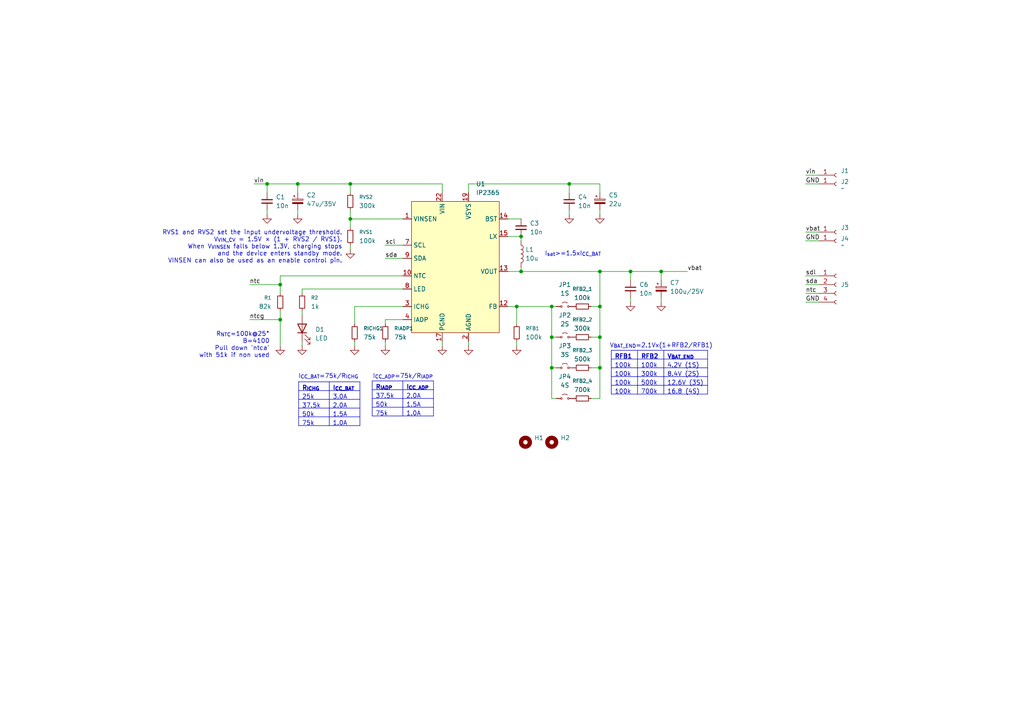
<source format=kicad_sch>
(kicad_sch (version 20250114) (generator "eeschema") (generator_version "9.0")
  (paper "A4")
  (lib_symbols
    (symbol "Library:C_Polarized_Small" (pin_numbers (hide yes)) (pin_names (offset 0.254) (hide yes))
      (property "Reference" "C" (at 0.254 1.778 0))
      (property "Value" "C_Polarized_Small" (at 0.254 -2.032 0))
      (symbol "C_Polarized_Small_0_1"
        (rectangle (start -1.524 0.6858) (end 1.524 0.3048))
        (rectangle (start -1.524 -0.3048) (end 1.524 -0.6858) (fill (type outline)))
        (polyline (pts (xy -1.27 1.524) (xy -0.762 1.524)))
        (polyline (pts (xy -1.016 1.27) (xy -1.016 1.778)))
      )
      (symbol "C_Polarized_Small_1_1"
        (pin passive line (at 0 2.54 270) (length 1.8542) (name "~") (number "1"))
        (pin passive line (at 0 -2.54 90) (length 1.8542) (name "~") (number "2"))
      )
    )
    (symbol "Library:C_Small" (pin_numbers (hide yes)) (pin_names (offset 0.254) (hide yes))
      (property "Reference" "C" (at 0.254 1.778 0))
      (property "Value" "C_Small" (at 0.254 -2.032 0))
      (symbol "C_Small_0_1"
        (polyline (pts (xy -1.524 0.508) (xy 1.524 0.508)) (stroke (width 0.3048)))
        (polyline (pts (xy -1.524 -0.508) (xy 1.524 -0.508)) (stroke (width 0.3302)))
      )
      (symbol "C_Small_1_1"
        (pin passive line (at 0 2.54 270) (length 2.032) (name "~") (number "1"))
        (pin passive line (at 0 -2.54 90) (length 2.032) (name "~") (number "2"))
      )
    )
    (symbol "Library:Conn_01x01_Socket" (pin_names (offset 1.016) (hide yes))
      (property "Reference" "J" (at 0 2.54 0))
      (property "Value" "Conn_01x01_Socket" (at 0 -2.54 0))
      (symbol "Conn_01x01_Socket_1_1"
        (polyline (pts (xy -1.27 0) (xy -0.508 0)) (stroke (width 0.1524)))
        (arc (start 0 -0.508) (mid -0.5058 0) (end 0 0.508) (stroke (width 0.1524)))
        (pin passive line (at -5.08 0 0) (length 3.81) (name "Pin_1") (number "1"))
      )
    )
    (symbol "Library:Conn_01x04_Socket" (pin_names (offset 1.016) (hide yes))
      (property "Reference" "J" (at 0 5.08 0))
      (property "Value" "Conn_01x04_Socket" (at 0 -7.62 0))
      (symbol "Conn_01x04_Socket_1_1"
        (polyline (pts (xy -1.27 2.54) (xy -0.508 2.54)) (stroke (width 0.1524)))
        (polyline (pts (xy -1.27 0) (xy -0.508 0)) (stroke (width 0.1524)))
        (polyline (pts (xy -1.27 -2.54) (xy -0.508 -2.54)) (stroke (width 0.1524)))
        (polyline (pts (xy -1.27 -5.08) (xy -0.508 -5.08)) (stroke (width 0.1524)))
        (arc (start 0 2.032) (mid -0.5058 2.54) (end 0 3.048) (stroke (width 0.1524)))
        (arc (start 0 -0.508) (mid -0.5058 0) (end 0 0.508) (stroke (width 0.1524)))
        (arc (start 0 -3.048) (mid -0.5058 -2.54) (end 0 -2.032) (stroke (width 0.1524)))
        (arc (start 0 -5.588) (mid -0.5058 -5.08) (end 0 -4.572) (stroke (width 0.1524)))
        (pin passive line (at -5.08 2.54 0) (length 3.81) (name "Pin_1") (number "1"))
        (pin passive line (at -5.08 0 0) (length 3.81) (name "Pin_2") (number "2"))
        (pin passive line (at -5.08 -2.54 0) (length 3.81) (name "Pin_3") (number "3"))
        (pin passive line (at -5.08 -5.08 0) (length 3.81) (name "Pin_4") (number "4"))
      )
    )
    (symbol "Library:GND" (power) (pin_numbers (hide yes)) (pin_names (offset 0) (hide yes))
      (property "Value" "GND" (at 0 -3.81 0))
      (symbol "GND_0_1"
        (polyline (pts (xy 0 0) (xy 0 -1.27) (xy 1.27 -1.27) (xy 0 -2.54) (xy -1.27 -1.27) (xy 0 -1.27)))
      )
      (symbol "GND_1_1"
        (pin power_in line (at 0 0 270) (length 0) (name "~") (number "1"))
      )
    )
    (symbol "Library:IP2365"
      (property "Reference" "U1" (at 5.9533 22.86 0))
      (property "Value" "IP2365" (at 5.9533 20.32 0))
      (symbol "IP2365_1_1"
        (rectangle (start -12.7 17.78) (end 12.7 -20.32) (fill (type background)))
        (pin input line (at -15.24 12.7 0) (length 2.54) (name "VINSEN") (number "1"))
        (pin input line (at -15.24 5.08 0) (length 2.54) (name "SCL") (number "7"))
        (pin input line (at -15.24 1.27 0) (length 2.54) (name "SDA") (number "9"))
        (pin input line (at -15.24 -3.81 0) (length 2.54) (name "NTC") (number "10"))
        (pin input line (at -15.24 -7.62 0) (length 2.54) (name "LED") (number "8"))
        (pin input line (at -15.24 -12.7 0) (length 2.54) (name "ICHG") (number "3"))
        (pin input line (at -15.24 -16.51 0) (length 2.54) (name "IADP") (number "4"))
        (pin input line (at -3.81 20.32 270) (length 2.54) (name "VIN") (number "22"))
        (pin input line (at -3.81 20.32 270) (length 2.54) (hide yes) (name "VIN") (number "23"))
        (pin input line (at -3.81 20.32 270) (length 2.54) (hide yes) (name "VIN") (number "24"))
        (pin input line (at -3.81 -22.86 90) (length 2.54) (name "PGND") (number "17"))
        (pin input line (at -3.81 -22.86 90) (length 2.54) (hide yes) (name "PGND") (number "18"))
        (pin input line (at -3.81 -22.86 90) (length 2.54) (hide yes) (name "EPAD") (number "25"))
        (pin input line (at 3.81 20.32 270) (length 2.54) (name "VSYS") (number "19"))
        (pin input line (at 3.81 20.32 270) (length 2.54) (hide yes) (name "VSYS") (number "20"))
        (pin input line (at 3.81 20.32 270) (length 2.54) (hide yes) (name "VSYS") (number "21"))
        (pin input line (at 3.81 -22.86 90) (length 2.54) (hide yes) (name "AGND") (number "11"))
        (pin input line (at 3.81 -22.86 90) (length 2.54) (name "AGND") (number "2"))
        (pin input line (at 15.24 12.7 180) (length 2.54) (name "BST") (number "14"))
        (pin input line (at 15.24 7.62 180) (length 2.54) (name "LX") (number "15"))
        (pin input line (at 15.24 7.62 180) (length 2.54) (hide yes) (name "LX") (number "16"))
        (pin input line (at 15.24 -2.54 180) (length 2.54) (name "VOUT") (number "13"))
        (pin input line (at 15.24 -12.7 180) (length 2.54) (name "FB") (number "12"))
        (pin input line (at 15.24 -16.51 180) (length 2.54) (hide yes) (name "NC") (number "5"))
        (pin input line (at 15.24 -16.51 180) (length 2.54) (hide yes) (name "NC") (number "6"))
      )
    )
    (symbol "Library:Jumper_2_Small_Open" (pin_numbers (hide yes)) (pin_names (offset 0) (hide yes))
      (property "Reference" "JP" (at 0 2.794 0))
      (property "Value" "Jumper_2_Small_Open" (at 0 -2.286 0))
      (symbol "Jumper_2_Small_Open_0_0"
        (circle (center -1.016 0) (radius 0.254))
        (circle (center 1.016 0) (radius 0.254))
      )
      (symbol "Jumper_2_Small_Open_0_1"
        (arc (start -0.762 1.0196) (mid 0 1.2729) (end 0.762 1.0196))
      )
      (symbol "Jumper_2_Small_Open_1_1"
        (pin passive line (at -2.54 0 0) (length 1.27) (name "A") (number "1"))
        (pin passive line (at 2.54 0 180) (length 1.27) (name "B") (number "2"))
      )
    )
    (symbol "Library:L" (pin_numbers (hide yes)) (pin_names (offset 1.016) (hide yes))
      (property "Reference" "L" (at -1.27 0 90))
      (property "Value" "L" (at 1.905 0 90))
      (symbol "L_0_1"
        (arc (start 0 2.54) (mid 0.6323 1.905) (end 0 1.27))
        (arc (start 0 1.27) (mid 0.6323 0.635) (end 0 0))
        (arc (start 0 0) (mid 0.6323 -0.635) (end 0 -1.27))
        (arc (start 0 -1.27) (mid 0.6323 -1.905) (end 0 -2.54))
      )
      (symbol "L_1_1"
        (pin passive line (at 0 3.81 270) (length 1.27) (name "1") (number "1"))
        (pin passive line (at 0 -3.81 90) (length 1.27) (name "2") (number "2"))
      )
    )
    (symbol "Library:LED" (pin_numbers (hide yes)) (pin_names (offset 1.016) (hide yes))
      (property "Reference" "D" (at 0 2.54 0))
      (property "Value" "LED" (at 0 -2.54 0))
      (symbol "LED_0_1"
        (polyline (pts (xy -3.048 -0.762) (xy -4.572 -2.286) (xy -3.81 -2.286) (xy -4.572 -2.286) (xy -4.572 -1.524)))
        (polyline (pts (xy -1.778 -0.762) (xy -3.302 -2.286) (xy -2.54 -2.286) (xy -3.302 -2.286) (xy -3.302 -1.524)))
        (polyline (pts (xy -1.27 0) (xy 1.27 0)))
        (polyline (pts (xy -1.27 -1.27) (xy -1.27 1.27)) (stroke (width 0.254)))
        (polyline (pts (xy 1.27 -1.27) (xy 1.27 1.27) (xy -1.27 0) (xy 1.27 -1.27)) (stroke (width 0.254)))
      )
      (symbol "LED_1_1"
        (pin passive line (at -3.81 0 0) (length 2.54) (name "K") (number "1"))
        (pin passive line (at 3.81 0 180) (length 2.54) (name "A") (number "2"))
      )
    )
    (symbol "Library:MountingHole" (pin_names (offset 1.016)) (in_bom no)
      (property "Reference" "H" (at 0 5.08 0))
      (property "Value" "MountingHole" (at 0 3.175 0))
      (symbol "MountingHole_0_1"
        (circle (center 0 0) (radius 1.27) (stroke (width 1.27)))
      )
    )
    (symbol "Library:R_Small" (pin_numbers (hide yes)) (pin_names (offset 0.254) (hide yes))
      (property "Reference" "R" (at 0 0 90))
      (property "Value" "R_Small" (at 1.778 0 90))
      (symbol "R_Small_0_1"
        (rectangle (start -0.762 1.778) (end 0.762 -1.778) (stroke (width 0.2032)))
      )
      (symbol "R_Small_1_1"
        (pin passive line (at 0 2.54 270) (length 0.762) (name "~") (number "1"))
        (pin passive line (at 0 -2.54 90) (length 0.762) (name "~") (number "2"))
      )
    )
  )
  (text "RVS1 and RVS2 set the input undervoltage threshold.\nV_{VIN_CV} = 1.5V × (1 + RVS2 / RVS1).\nWhen V_{VINSEN} falls below 1.3V, charging stops\nand the device enters standby mode.\nVINSEN can also be used as an enable control pin." (at 99.314 71.628 0) (effects (font (size 1.27 1.27)) (justify right)))
  (text "R_{NTC}=100k@25°\nB=4100\nPull down 'ntca'\nwith 51k if non used" (at 78.232 100.076 0) (effects (font (size 1.27 1.27)) (justify right)))
  (text "V_{BAT_END}=2.1Vx(1+RFB2/RFB1)" (at 191.77 100.33 0) (effects (font (size 1.27 1.27))))
  (text "I_{CC_ADP}=75k/R_{IADP}" (at 116.84 109.22 0) (effects (font (size 1.27 1.27))))
  (text "I_{CC_BAT}=75k/R_{ICHG}" (at 95.25 109.22 0) (effects (font (size 1.27 1.27))))
  (text "I_{sat}>=1.5xI_{CC_BAT}" (at 157.988 73.66 0) (effects (font (size 1.27 1.27)) (justify left)))
  (junction (at 160.02 88.9))
  (junction (at 160.02 97.79))
  (junction (at 81.28 92.71))
  (junction (at 182.88 78.74))
  (junction (at 165.1 53.34))
  (junction (at 173.99 88.9))
  (junction (at 191.77 78.74))
  (junction (at 81.28 82.55))
  (junction (at 173.99 78.74))
  (junction (at 173.99 106.68))
  (junction (at 149.86 88.9))
  (junction (at 101.6 63.5))
  (junction (at 173.99 97.79))
  (junction (at 101.6 53.34))
  (junction (at 77.47 53.34))
  (junction (at 160.02 106.68))
  (junction (at 151.13 68.58))
  (junction (at 86.36 53.34))
  (junction (at 151.13 78.74))
  (wire (pts (xy 160.02 106.68) (xy 160.02 115.57)))
  (wire (pts (xy 233.68 85.09) (xy 237.49 85.09)))
  (wire (pts (xy 101.6 63.5) (xy 101.6 60.96)))
  (wire (pts (xy 233.68 69.85) (xy 237.49 69.85)))
  (wire (pts (xy 81.28 82.55) (xy 81.28 85.09)))
  (wire (pts (xy 102.87 93.98) (xy 102.87 88.9)))
  (wire (pts (xy 101.6 71.12) (xy 101.6 72.39)))
  (wire (pts (xy 135.89 55.88) (xy 135.89 53.34)))
  (wire (pts (xy 147.32 68.58) (xy 151.13 68.58)))
  (wire (pts (xy 128.27 100.33) (xy 128.27 99.06)))
  (wire (pts (xy 72.39 82.55) (xy 81.28 82.55)))
  (wire (pts (xy 160.02 97.79) (xy 160.02 106.68)))
  (wire (pts (xy 102.87 88.9) (xy 116.84 88.9)))
  (wire (pts (xy 135.89 53.34) (xy 165.1 53.34)))
  (wire (pts (xy 233.68 87.63) (xy 237.49 87.63)))
  (wire (pts (xy 149.86 93.98) (xy 149.86 88.9)))
  (wire (pts (xy 191.77 78.74) (xy 199.39 78.74)))
  (wire (pts (xy 87.63 99.06) (xy 87.63 100.33)))
  (wire (pts (xy 87.63 83.82) (xy 87.63 85.09)))
  (wire (pts (xy 81.28 90.17) (xy 81.28 92.71)))
  (wire (pts (xy 182.88 78.74) (xy 191.77 78.74)))
  (wire (pts (xy 191.77 78.74) (xy 191.77 81.28)))
  (wire (pts (xy 101.6 53.34) (xy 101.6 55.88)))
  (wire (pts (xy 233.68 53.34) (xy 237.49 53.34)))
  (wire (pts (xy 116.84 63.5) (xy 101.6 63.5)))
  (wire (pts (xy 165.1 60.96) (xy 165.1 62.23)))
  (wire (pts (xy 171.45 106.68) (xy 173.99 106.68)))
  (wire (pts (xy 86.36 53.34) (xy 86.36 55.88)))
  (wire (pts (xy 173.99 88.9) (xy 173.99 97.79)))
  (wire (pts (xy 173.99 106.68) (xy 173.99 115.57)))
  (wire (pts (xy 149.86 88.9) (xy 147.32 88.9)))
  (wire (pts (xy 173.99 78.74) (xy 173.99 88.9)))
  (wire (pts (xy 111.76 92.71) (xy 111.76 93.98)))
  (wire (pts (xy 77.47 53.34) (xy 73.66 53.34)))
  (wire (pts (xy 165.1 53.34) (xy 173.99 53.34)))
  (wire (pts (xy 81.28 80.01) (xy 81.28 82.55)))
  (wire (pts (xy 171.45 88.9) (xy 173.99 88.9)))
  (wire (pts (xy 87.63 90.17) (xy 87.63 91.44)))
  (wire (pts (xy 173.99 97.79) (xy 173.99 106.68)))
  (wire (pts (xy 149.86 88.9) (xy 160.02 88.9)))
  (wire (pts (xy 128.27 53.34) (xy 101.6 53.34)))
  (wire (pts (xy 101.6 63.5) (xy 101.6 66.04)))
  (wire (pts (xy 173.99 53.34) (xy 173.99 55.88)))
  (wire (pts (xy 77.47 53.34) (xy 77.47 55.88)))
  (wire (pts (xy 171.45 115.57) (xy 173.99 115.57)))
  (wire (pts (xy 160.02 106.68) (xy 161.29 106.68)))
  (wire (pts (xy 233.68 82.55) (xy 237.49 82.55)))
  (wire (pts (xy 116.84 80.01) (xy 81.28 80.01)))
  (wire (pts (xy 233.68 67.31) (xy 237.49 67.31)))
  (wire (pts (xy 233.68 50.8) (xy 237.49 50.8)))
  (wire (pts (xy 111.76 71.12) (xy 116.84 71.12)))
  (wire (pts (xy 191.77 86.36) (xy 191.77 87.63)))
  (wire (pts (xy 151.13 77.47) (xy 151.13 78.74)))
  (wire (pts (xy 102.87 99.06) (xy 102.87 100.33)))
  (wire (pts (xy 160.02 88.9) (xy 161.29 88.9)))
  (wire (pts (xy 81.28 92.71) (xy 81.28 100.33)))
  (wire (pts (xy 86.36 53.34) (xy 77.47 53.34)))
  (wire (pts (xy 149.86 99.06) (xy 149.86 100.33)))
  (wire (pts (xy 128.27 55.88) (xy 128.27 53.34)))
  (wire (pts (xy 182.88 86.36) (xy 182.88 87.63)))
  (wire (pts (xy 147.32 78.74) (xy 151.13 78.74)))
  (wire (pts (xy 151.13 69.85) (xy 151.13 68.58)))
  (wire (pts (xy 77.47 60.96) (xy 77.47 62.23)))
  (wire (pts (xy 161.29 115.57) (xy 160.02 115.57)))
  (wire (pts (xy 111.76 99.06) (xy 111.76 100.33)))
  (wire (pts (xy 151.13 78.74) (xy 173.99 78.74)))
  (wire (pts (xy 116.84 92.71) (xy 111.76 92.71)))
  (wire (pts (xy 87.63 83.82) (xy 116.84 83.82)))
  (wire (pts (xy 173.99 60.96) (xy 173.99 62.23)))
  (wire (pts (xy 173.99 78.74) (xy 182.88 78.74)))
  (wire (pts (xy 233.68 80.01) (xy 237.49 80.01)))
  (wire (pts (xy 86.36 53.34) (xy 101.6 53.34)))
  (wire (pts (xy 135.89 99.06) (xy 135.89 100.33)))
  (wire (pts (xy 111.76 74.93) (xy 116.84 74.93)))
  (wire (pts (xy 171.45 97.79) (xy 173.99 97.79)))
  (wire (pts (xy 86.36 60.96) (xy 86.36 62.23)))
  (wire (pts (xy 182.88 78.74) (xy 182.88 81.28)))
  (wire (pts (xy 147.32 63.5) (xy 151.13 63.5)))
  (wire (pts (xy 160.02 88.9) (xy 160.02 97.79)))
  (wire (pts (xy 161.29 97.79) (xy 160.02 97.79)))
  (wire (pts (xy 165.1 55.88) (xy 165.1 53.34)))
  (wire (pts (xy 72.39 92.71) (xy 81.28 92.71)))
  (table (column_count 2) (border (external yes) (header yes)) (separators (rows yes) (cols yes)) (column_widths 8.89 8.89) (row_heights 2.54 2.54 2.54 2.54) (cells (table_cell "R_{IADP}" (at 107.95 110.49 0) (size 8.89 2.54) (margins 0.9525 0.9525 0.9525 0.9525) (span 1 1)) (table_cell "I_{CC_ADP}" (at 116.84 110.49 0) (size 8.89 2.54) (margins 0.9525 0.9525 0.9525 0.9525) (span 1 1)) (table_cell "37.5k" (at 107.95 113.03 0) (size 8.89 2.54) (margins 0.9525 0.9525 0.9525 0.9525) (span 1 1)) (table_cell "2.0A" (at 116.84 113.03 0) (size 8.89 2.54) (margins 0.9525 0.9525 0.9525 0.9525) (span 1 1)) (table_cell "50k" (at 107.95 115.57 0) (size 8.89 2.54) (margins 0.9525 0.9525 0.9525 0.9525) (span 1 1)) (table_cell "1.5A" (at 116.84 115.57 0) (size 8.89 2.54) (margins 0.9525 0.9525 0.9525 0.9525) (span 1 1)) (table_cell "75k" (at 107.95 118.11 0) (size 8.89 2.54) (margins 0.9525 0.9525 0.9525 0.9525) (span 1 1)) (table_cell "1.0A" (at 116.84 118.11 0) (size 8.89 2.54) (margins 0.9525 0.9525 0.9525 0.9525) (span 1 1))))
  (table (column_count 3) (border (external yes) (header yes)) (separators (rows yes) (cols yes)) (column_widths 7.62 7.62 12.7) (row_heights 2.54 2.54 2.54 2.54 2.54) (cells (table_cell "RFB1" (at 177.292 101.6 0) (size 7.62 2.54) (margins 0.9525 0.9525 0.9525 0.9525) (span 1 1)) (table_cell "RFB2" (at 184.912 101.6 0) (size 7.62 2.54) (margins 0.9525 0.9525 0.9525 0.9525) (span 1 1)) (table_cell "V_{BAT_END}" (at 192.532 101.6 0) (size 12.7 2.54) (margins 0.9525 0.9525 0.9525 0.9525) (span 1 1)) (table_cell "100k" (at 177.292 104.14 0) (size 7.62 2.54) (margins 0.9525 0.9525 0.9525 0.9525) (span 1 1)) (table_cell "100k" (at 184.912 104.14 0) (size 7.62 2.54) (margins 0.9525 0.9525 0.9525 0.9525) (span 1 1)) (table_cell "4.2V (1S)" (at 192.532 104.14 0) (size 12.7 2.54) (margins 0.9525 0.9525 0.9525 0.9525) (span 1 1)) (table_cell "100k" (at 177.292 106.68 0) (size 7.62 2.54) (margins 0.9525 0.9525 0.9525 0.9525) (span 1 1)) (table_cell "300k" (at 184.912 106.68 0) (size 7.62 2.54) (margins 0.9525 0.9525 0.9525 0.9525) (span 1 1)) (table_cell "8.4V (2S)" (at 192.532 106.68 0) (size 12.7 2.54) (margins 0.9525 0.9525 0.9525 0.9525) (span 1 1)) (table_cell "100k" (at 177.292 109.22 0) (size 7.62 2.54) (margins 0.9525 0.9525 0.9525 0.9525) (span 1 1)) (table_cell "500k" (at 184.912 109.22 0) (size 7.62 2.54) (margins 0.9525 0.9525 0.9525 0.9525) (span 1 1)) (table_cell "12.6V (3S)" (at 192.532 109.22 0) (size 12.7 2.54) (margins 0.9525 0.9525 0.9525 0.9525) (span 1 1)) (table_cell "100k" (at 177.292 111.76 0) (size 7.62 2.54) (margins 0.9525 0.9525 0.9525 0.9525) (span 1 1)) (table_cell "700k" (at 184.912 111.76 0) (size 7.62 2.54) (margins 0.9525 0.9525 0.9525 0.9525) (span 1 1)) (table_cell "16.8 (4S)" (at 192.532 111.76 0) (size 12.7 2.54) (margins 0.9525 0.9525 0.9525 0.9525) (span 1 1))))
  (table (column_count 2) (border (external yes) (header yes)) (separators (rows yes) (cols yes)) (column_widths 8.89 8.89) (row_heights 2.54 2.54 2.54 2.54 2.54) (cells (table_cell "R_{ICHG}" (at 86.614 110.744 0) (size 8.89 2.54) (margins 0.9525 0.9525 0.9525 0.9525) (span 1 1)) (table_cell "I_{CC_BAT}" (at 95.504 110.744 0) (size 8.89 2.54) (margins 0.9525 0.9525 0.9525 0.9525) (span 1 1)) (table_cell "25k" (at 86.614 113.284 0) (size 8.89 2.54) (margins 0.9525 0.9525 0.9525 0.9525) (span 1 1)) (table_cell "3.0A" (at 95.504 113.284 0) (size 8.89 2.54) (margins 0.9525 0.9525 0.9525 0.9525) (span 1 1)) (table_cell "37.5k" (at 86.614 115.824 0) (size 8.89 2.54) (margins 0.9525 0.9525 0.9525 0.9525) (span 1 1)) (table_cell "2.0A" (at 95.504 115.824 0) (size 8.89 2.54) (margins 0.9525 0.9525 0.9525 0.9525) (span 1 1)) (table_cell "50k" (at 86.614 118.364 0) (size 8.89 2.54) (margins 0.9525 0.9525 0.9525 0.9525) (span 1 1)) (table_cell "1.5A" (at 95.504 118.364 0) (size 8.89 2.54) (margins 0.9525 0.9525 0.9525 0.9525) (span 1 1)) (table_cell "75k" (at 86.614 120.904 0) (size 8.89 2.54) (margins 0.9525 0.9525 0.9525 0.9525) (span 1 1)) (table_cell "1.0A" (at 95.504 120.904 0) (size 8.89 2.54) (margins 0.9525 0.9525 0.9525 0.9525) (span 1 1))))
  (label "ntc" (at 72.39 82.55 0))
  (label "GND" (at 233.68 53.34 0))
  (label "GND" (at 233.68 69.85 0))
  (label "sda" (at 233.68 82.55 0))
  (label "ntcg" (at 72.39 92.71 0))
  (label "sdl" (at 233.68 80.01 0))
  (label "ntc" (at 233.68 85.09 0))
  (label "vin" (at 73.66 53.34 0))
  (label "vbat" (at 199.39 78.74 0))
  (label "scl" (at 111.76 71.12 0))
  (label "vbat" (at 233.68 67.31 0))
  (label "sda" (at 111.76 74.93 0))
  (label "vin" (at 233.68 50.8 0))
  (label "GND" (at 233.68 87.63 0))
  (symbol (lib_id "Library:L") (at 151.13 73.66 0) (unit 1)
    (property "Reference" "L1" (at 152.4 72.3899 0) (effects (justify left)))
    (property "Value" "10u" (at 152.4 74.9299 0) (effects (justify left)))
    (property "Footprint" "Inductor_SMD:L_APV_APH1040" (effects (hide yes)))
    (property "Description" "Inductor" (effects (hide yes)))
  )
  (symbol (lib_id "Library:R_Small") (at 81.28 87.63 0) (mirror y) (unit 1)
    (property "Reference" "R1" (at 78.74 86.3599 0) (effects (font (size 1.016 1.016)) (justify left)))
    (property "Value" "82k" (at 78.74 88.8999 0) (effects (justify left)))
    (property "Footprint" "Resistor_SMD:R_0603_1608Metric" (effects (hide yes)))
    (property "Description" "Resistor, small symbol" (effects (hide yes)))
  )
  (symbol (lib_id "Library:Conn_01x01_Socket") (at 242.57 53.34 0) (unit 1)
    (property "Reference" "J2" (at 243.84 52.7049 0) (effects (justify left)))
    (property "Value" "~" (at 243.84 54.61 0) (effects (justify left)))
    (property "Footprint" "Connector_Wire:SolderWire-0.75sqmm_1x01_D1.25mm_OD2.3mm" (effects (hide yes)))
    (property "Description" "Generic connector, single row, 01x01, script generated" (effects (hide yes)))
  )
  (symbol (lib_id "Library:GND") (at 191.77 87.63 0) (unit 1)
    (property "Reference" "#PWR014" (effects (hide yes)))
    (property "Value" "GND" (effects (hide yes)))
    (property "Description" "Power symbol creates a global label with name \"GND\" , ground" (effects (hide yes)))
  )
  (symbol (lib_id "Library:GND") (at 77.47 62.23 0) (unit 1)
    (property "Reference" "#PWR01" (effects (hide yes)))
    (property "Value" "GND" (effects (hide yes)))
    (property "Description" "Power symbol creates a global label with name \"GND\" , ground" (effects (hide yes)))
  )
  (symbol (lib_id "Library:C_Small") (at 182.88 83.82 0) (unit 1)
    (property "Reference" "C6" (at 185.42 82.5562 0) (effects (justify left)))
    (property "Value" "10n" (at 185.42 85.0962 0) (effects (justify left)))
    (property "Footprint" "Capacitor_SMD:C_0603_1608Metric" (effects (hide yes)))
    (property "Description" "Unpolarized capacitor, small symbol" (effects (hide yes)))
  )
  (symbol (lib_id "Library:GND") (at 102.87 100.33 0) (unit 1)
    (property "Reference" "#PWR06" (effects (hide yes)))
    (property "Value" "GND" (effects (hide yes)))
    (property "Description" "Power symbol creates a global label with name \"GND\" , ground" (effects (hide yes)))
  )
  (symbol (lib_id "Library:Conn_01x01_Socket") (at 242.57 67.31 0) (unit 1)
    (property "Reference" "J3" (at 243.84 66.0399 0) (effects (justify left)))
    (property "Footprint" "Connector_Wire:SolderWire-0.75sqmm_1x01_D1.25mm_OD2.3mm" (effects (hide yes)))
    (property "Description" "Generic connector, single row, 01x01, script generated" (effects (hide yes)))
  )
  (symbol (lib_id "Library:GND") (at 128.27 100.33 0) (unit 1)
    (property "Reference" "#PWR08" (effects (hide yes)))
    (property "Value" "GND" (effects (hide yes)))
    (property "Description" "Power symbol creates a global label with name \"GND\" , ground" (effects (hide yes)))
  )
  (symbol (lib_id "Library:GND") (at 101.6 72.39 0) (unit 1)
    (property "Reference" "#PWR05" (effects (hide yes)))
    (property "Value" "GND" (effects (hide yes)))
    (property "Description" "Power symbol creates a global label with name \"GND\" , ground" (effects (hide yes)))
  )
  (symbol (lib_id "Library:C_Polarized_Small") (at 191.77 83.82 0) (unit 1)
    (property "Reference" "C7" (at 194.31 82.0038 0) (effects (justify left)))
    (property "Value" "100u/25V" (at 194.31 84.5438 0) (effects (justify left)))
    (property "Footprint" "Capacitor_SMD:CP_Elec_6.3x7.7" (effects (hide yes)))
    (property "Description" "Polarized capacitor, small symbol" (effects (hide yes)))
  )
  (symbol (lib_id "Library:Jumper_2_Small_Open") (at 163.83 115.57 0) (unit 1)
    (property "Reference" "JP4" (at 163.83 109.22 0))
    (property "Value" "4S" (at 163.83 111.76 0))
    (property "Footprint" "Jumper:SolderJumper-2_P1.3mm_Open_RoundedPad1.0x1.5mm" (effects (hide yes)))
    (property "Description" "Jumper, 2-pole, small symbol, open" (effects (hide yes)))
  )
  (symbol (lib_id "Library:Conn_01x01_Socket") (at 242.57 50.8 0) (unit 1)
    (property "Reference" "J1" (at 243.84 49.5299 0) (effects (justify left)))
    (property "Footprint" "Connector_Wire:SolderWire-0.75sqmm_1x01_D1.25mm_OD2.3mm" (effects (hide yes)))
    (property "Description" "Generic connector, single row, 01x01, script generated" (effects (hide yes)))
  )
  (symbol (lib_id "Library:C_Small") (at 165.1 58.42 0) (unit 1)
    (property "Reference" "C4" (at 167.64 57.1562 0) (effects (justify left)))
    (property "Value" "10n" (at 167.64 59.6962 0) (effects (justify left)))
    (property "Footprint" "Capacitor_SMD:C_0603_1608Metric" (effects (hide yes)))
    (property "Description" "Unpolarized capacitor, small symbol" (effects (hide yes)))
  )
  (symbol (lib_id "Library:MountingHole") (at 152.4 128.27 0) (unit 1) (in_bom no)
    (property "Reference" "H1" (at 154.94 126.9999 0) (effects (justify left)))
    (property "Value" "MountingHole" (effects (hide yes)))
    (property "Footprint" "MountingHole:MountingHole_2.5mm" (effects (hide yes)))
    (property "Description" "Mounting Hole without connection" (effects (hide yes)))
  )
  (symbol (lib_id "Library:R_Small") (at 102.87 96.52 0) (unit 1)
    (property "Reference" "RICHG1" (at 105.41 95.2499 0) (effects (font (size 1.016 1.016)) (justify left)))
    (property "Value" "75k" (at 105.41 97.7899 0) (effects (justify left)))
    (property "Footprint" "Resistor_SMD:R_0603_1608Metric" (effects (hide yes)))
    (property "Description" "Resistor, small symbol" (effects (hide yes)))
  )
  (symbol (lib_id "Library:Conn_01x04_Socket") (at 242.57 82.55 0) (unit 1)
    (property "Reference" "J5" (at 243.84 82.5499 0) (effects (justify left)))
    (property "Footprint" "Connector_PinHeader_2.54mm:PinHeader_1x04_P2.54mm_Vertical" (effects (hide yes)))
    (property "Description" "Generic connector, single row, 01x04, script generated" (effects (hide yes)))
  )
  (symbol (lib_id "Library:Jumper_2_Small_Open") (at 163.83 97.79 0) (unit 1)
    (property "Reference" "JP2" (at 163.83 91.44 0))
    (property "Value" "2S" (at 163.83 93.98 0))
    (property "Footprint" "Jumper:SolderJumper-2_P1.3mm_Open_RoundedPad1.0x1.5mm" (effects (hide yes)))
    (property "Description" "Jumper, 2-pole, small symbol, open" (effects (hide yes)))
  )
  (symbol (lib_id "Library:IP2365") (at 132.08 76.2 0) (unit 1)
    (property "Reference" "U1" (at 138.0333 53.34 0) (effects (justify left)))
    (property "Value" "IP2365" (at 138.0333 55.88 0) (effects (justify left)))
    (property "Footprint" "Package_DFN_QFN:QFN-24-1EP_4x4mm_P0.5mm_EP2.65x2.65mm_ThermalVias" (effects (hide yes)))
    (property "Datasheet" "https://file.elecfans.com/web2/M00/AA/94/pYYBAGR-ilmAWdDAABIo3HTGtn4761.pdf" (effects (hide yes)))
  )
  (symbol (lib_id "Library:GND") (at 182.88 87.63 0) (unit 1)
    (property "Reference" "#PWR013" (effects (hide yes)))
    (property "Value" "GND" (effects (hide yes)))
    (property "Description" "Power symbol creates a global label with name \"GND\" , ground" (effects (hide yes)))
  )
  (symbol (lib_id "Library:GND") (at 87.63 100.33 0) (unit 1)
    (property "Reference" "#PWR04" (effects (hide yes)))
    (property "Value" "GND" (effects (hide yes)))
    (property "Description" "Power symbol creates a global label with name \"GND\" , ground" (effects (hide yes)))
  )
  (symbol (lib_id "Library:GND") (at 173.99 62.23 0) (unit 1)
    (property "Reference" "#PWR012" (effects (hide yes)))
    (property "Value" "GND" (effects (hide yes)))
    (property "Description" "Power symbol creates a global label with name \"GND\" , ground" (effects (hide yes)))
  )
  (symbol (lib_id "Library:GND") (at 111.76 100.33 0) (unit 1)
    (property "Reference" "#PWR07" (effects (hide yes)))
    (property "Value" "GND" (effects (hide yes)))
    (property "Description" "Power symbol creates a global label with name \"GND\" , ground" (effects (hide yes)))
  )
  (symbol (lib_id "Library:R_Small") (at 101.6 68.58 0) (unit 1)
    (property "Reference" "RVS1" (at 104.14 67.3099 0) (effects (font (size 1.016 1.016)) (justify left)))
    (property "Value" "100k" (at 104.14 69.8499 0) (effects (justify left)))
    (property "Footprint" "Resistor_SMD:R_0603_1608Metric" (effects (hide yes)))
    (property "Description" "Resistor, small symbol" (effects (hide yes)))
  )
  (symbol (lib_id "Library:R_Small") (at 168.91 88.9 90) (unit 1)
    (property "Reference" "RFB2_1" (at 168.91 83.82 90) (effects (font (size 1.016 1.016))))
    (property "Value" "100k" (at 168.91 86.36 90))
    (property "Footprint" "Resistor_SMD:R_0603_1608Metric" (effects (hide yes)))
    (property "Description" "Resistor, small symbol" (effects (hide yes)))
  )
  (symbol (lib_id "Library:GND") (at 86.36 62.23 0) (unit 1)
    (property "Reference" "#PWR03" (effects (hide yes)))
    (property "Value" "GND" (effects (hide yes)))
    (property "Description" "Power symbol creates a global label with name \"GND\" , ground" (effects (hide yes)))
  )
  (symbol (lib_id "Library:R_Small") (at 168.91 97.79 90) (unit 1)
    (property "Reference" "RFB2_2" (at 168.91 92.71 90) (effects (font (size 1.016 1.016))))
    (property "Value" "300k" (at 168.91 95.25 90))
    (property "Footprint" "Resistor_SMD:R_0603_1608Metric" (effects (hide yes)))
    (property "Description" "Resistor, small symbol" (effects (hide yes)))
  )
  (symbol (lib_id "Library:Jumper_2_Small_Open") (at 163.83 106.68 0) (unit 1)
    (property "Reference" "JP3" (at 163.83 100.33 0))
    (property "Value" "3S" (at 163.83 102.87 0))
    (property "Footprint" "Jumper:SolderJumper-2_P1.3mm_Open_RoundedPad1.0x1.5mm" (effects (hide yes)))
    (property "Description" "Jumper, 2-pole, small symbol, open" (effects (hide yes)))
  )
  (symbol (lib_id "Library:MountingHole") (at 160.02 128.27 0) (unit 1) (in_bom no)
    (property "Reference" "H2" (at 162.56 126.9999 0) (effects (justify left)))
    (property "Value" "MountingHole" (effects (hide yes)))
    (property "Footprint" "MountingHole:MountingHole_2.5mm" (effects (hide yes)))
    (property "Description" "Mounting Hole without connection" (effects (hide yes)))
  )
  (symbol (lib_id "Library:C_Small") (at 151.13 66.04 0) (unit 1)
    (property "Reference" "C3" (at 153.67 64.7762 0) (effects (justify left)))
    (property "Value" "10n" (at 153.67 67.3162 0) (effects (justify left)))
    (property "Footprint" "Capacitor_SMD:C_0603_1608Metric" (effects (hide yes)))
    (property "Description" "Unpolarized capacitor, small symbol" (effects (hide yes)))
  )
  (symbol (lib_id "Library:GND") (at 135.89 100.33 0) (unit 1)
    (property "Reference" "#PWR09" (effects (hide yes)))
    (property "Value" "GND" (effects (hide yes)))
    (property "Description" "Power symbol creates a global label with name \"GND\" , ground" (effects (hide yes)))
  )
  (symbol (lib_id "Library:GND") (at 149.86 100.33 0) (unit 1)
    (property "Reference" "#PWR010" (effects (hide yes)))
    (property "Value" "GND" (effects (hide yes)))
    (property "Description" "Power symbol creates a global label with name \"GND\" , ground" (effects (hide yes)))
  )
  (symbol (lib_id "Library:Jumper_2_Small_Open") (at 163.83 88.9 0) (unit 1)
    (property "Reference" "JP1" (at 163.83 82.55 0))
    (property "Value" "1S" (at 163.83 85.09 0))
    (property "Footprint" "Jumper:SolderJumper-2_P1.3mm_Open_RoundedPad1.0x1.5mm" (effects (hide yes)))
    (property "Description" "Jumper, 2-pole, small symbol, open" (effects (hide yes)))
  )
  (symbol (lib_id "Library:R_Small") (at 87.63 87.63 0) (unit 1)
    (property "Reference" "R2" (at 90.17 86.3599 0) (effects (font (size 1.016 1.016)) (justify left)))
    (property "Value" "1k" (at 90.17 88.8999 0) (effects (justify left)))
    (property "Footprint" "Resistor_SMD:R_0603_1608Metric" (effects (hide yes)))
    (property "Description" "Resistor, small symbol" (effects (hide yes)))
  )
  (symbol (lib_id "Library:C_Polarized_Small") (at 86.36 58.42 0) (unit 1)
    (property "Reference" "C2" (at 88.9 56.6038 0) (effects (justify left)))
    (property "Value" "47u/35V" (at 88.9 59.1438 0) (effects (justify left)))
    (property "Footprint" "Capacitor_SMD:CP_Elec_6.3x7.7" (effects (hide yes)))
    (property "Description" "Polarized capacitor, small symbol" (effects (hide yes)))
  )
  (symbol (lib_id "Library:R_Small") (at 168.91 106.68 90) (unit 1)
    (property "Reference" "RFB2_3" (at 168.91 101.6 90) (effects (font (size 1.016 1.016))))
    (property "Value" "500k" (at 168.91 104.14 90))
    (property "Footprint" "Resistor_SMD:R_0603_1608Metric" (effects (hide yes)))
    (property "Description" "Resistor, small symbol" (effects (hide yes)))
  )
  (symbol (lib_id "Library:LED") (at 87.63 95.25 90) (unit 1)
    (property "Reference" "D1" (at 91.44 95.5674 90) (effects (justify right)))
    (property "Value" "LED" (at 91.44 98.1074 90) (effects (justify right)))
    (property "Footprint" "LED_SMD:LED_0603_1608Metric" (effects (hide yes)))
    (property "Description" "Light emitting diode" (effects (hide yes)))
    (property "Sim.Pins" "1=K 2=A" (effects (hide yes)))
  )
  (symbol (lib_id "Library:C_Polarized_Small") (at 173.99 58.42 0) (unit 1)
    (property "Reference" "C5" (at 176.53 56.6038 0) (effects (justify left)))
    (property "Value" "22u" (at 176.53 59.1438 0) (effects (justify left)))
    (property "Footprint" "Capacitor_SMD:C_0805_2012Metric" (effects (hide yes)))
    (property "Description" "Polarized capacitor, small symbol" (effects (hide yes)))
  )
  (symbol (lib_id "Library:Conn_01x01_Socket") (at 242.57 69.85 0) (unit 1)
    (property "Reference" "J4" (at 243.84 69.2149 0) (effects (justify left)))
    (property "Value" "~" (at 243.84 71.12 0) (effects (justify left)))
    (property "Footprint" "Connector_Wire:SolderWire-0.75sqmm_1x01_D1.25mm_OD2.3mm" (effects (hide yes)))
    (property "Description" "Generic connector, single row, 01x01, script generated" (effects (hide yes)))
  )
  (symbol (lib_id "Library:R_Small") (at 111.76 96.52 0) (unit 1)
    (property "Reference" "RIADP1" (at 114.3 95.2499 0) (effects (font (size 1.016 1.016)) (justify left)))
    (property "Value" "75k" (at 114.3 97.7899 0) (effects (justify left)))
    (property "Footprint" "Resistor_SMD:R_0603_1608Metric" (effects (hide yes)))
    (property "Description" "Resistor, small symbol" (effects (hide yes)))
  )
  (symbol (lib_id "Library:GND") (at 81.28 100.33 0) (unit 1)
    (property "Reference" "#PWR02" (effects (hide yes)))
    (property "Value" "GND" (effects (hide yes)))
    (property "Description" "Power symbol creates a global label with name \"GND\" , ground" (effects (hide yes)))
  )
  (symbol (lib_id "Library:R_Small") (at 101.6 58.42 0) (unit 1)
    (property "Reference" "RVS2" (at 104.14 57.1499 0) (effects (font (size 1.016 1.016)) (justify left)))
    (property "Value" "300k" (at 104.14 59.6899 0) (effects (justify left)))
    (property "Footprint" "Resistor_SMD:R_0603_1608Metric" (effects (hide yes)))
    (property "Description" "Resistor, small symbol" (effects (hide yes)))
  )
  (symbol (lib_id "Library:R_Small") (at 168.91 115.57 90) (unit 1)
    (property "Reference" "RFB2_4" (at 168.91 110.49 90) (effects (font (size 1.016 1.016))))
    (property "Value" "700k" (at 168.91 113.03 90))
    (property "Footprint" "Resistor_SMD:R_0603_1608Metric" (effects (hide yes)))
    (property "Description" "Resistor, small symbol" (effects (hide yes)))
  )
  (symbol (lib_id "Library:R_Small") (at 149.86 96.52 0) (unit 1)
    (property "Reference" "RFB1" (at 152.4 95.2499 0) (effects (font (size 1.016 1.016)) (justify left)))
    (property "Value" "100k" (at 152.4 97.7899 0) (effects (justify left)))
    (property "Footprint" "Resistor_SMD:R_0603_1608Metric" (effects (hide yes)))
    (property "Description" "Resistor, small symbol" (effects (hide yes)))
  )
  (symbol (lib_id "Library:GND") (at 165.1 62.23 0) (unit 1)
    (property "Reference" "#PWR011" (effects (hide yes)))
    (property "Value" "GND" (effects (hide yes)))
    (property "Description" "Power symbol creates a global label with name \"GND\" , ground" (effects (hide yes)))
  )
  (symbol (lib_id "Library:C_Small") (at 77.47 58.42 0) (unit 1)
    (property "Reference" "C1" (at 80.01 57.1562 0) (effects (justify left)))
    (property "Value" "10n" (at 80.01 59.6962 0) (effects (justify left)))
    (property "Footprint" "Capacitor_SMD:C_0805_2012Metric" (effects (hide yes)))
    (property "Description" "Unpolarized capacitor, small symbol" (effects (hide yes)))
  )
)
</source>
